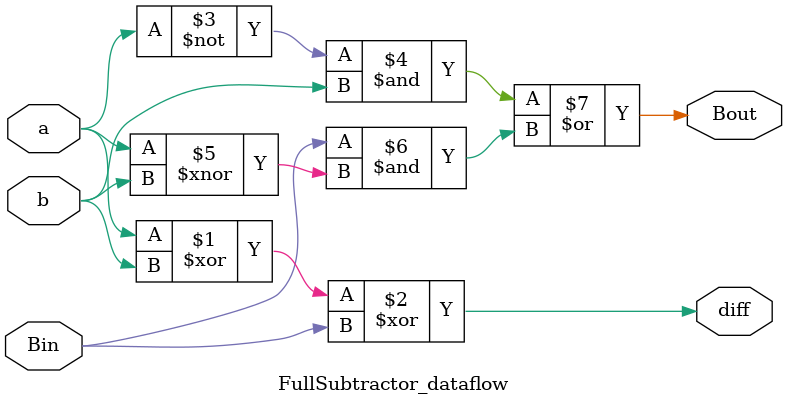
<source format=v>
module FullSubtractor_dataflow( diff,Bout, a, b, Bin);
  output diff, Bout;
  input a, b, Bin;
  assign diff = a ^ b ^ Bin;
  assign Bout = ((~a)&b) | (Bin&(a^~b)); //xnor symbol ^~ or ~^
endmodule

</source>
